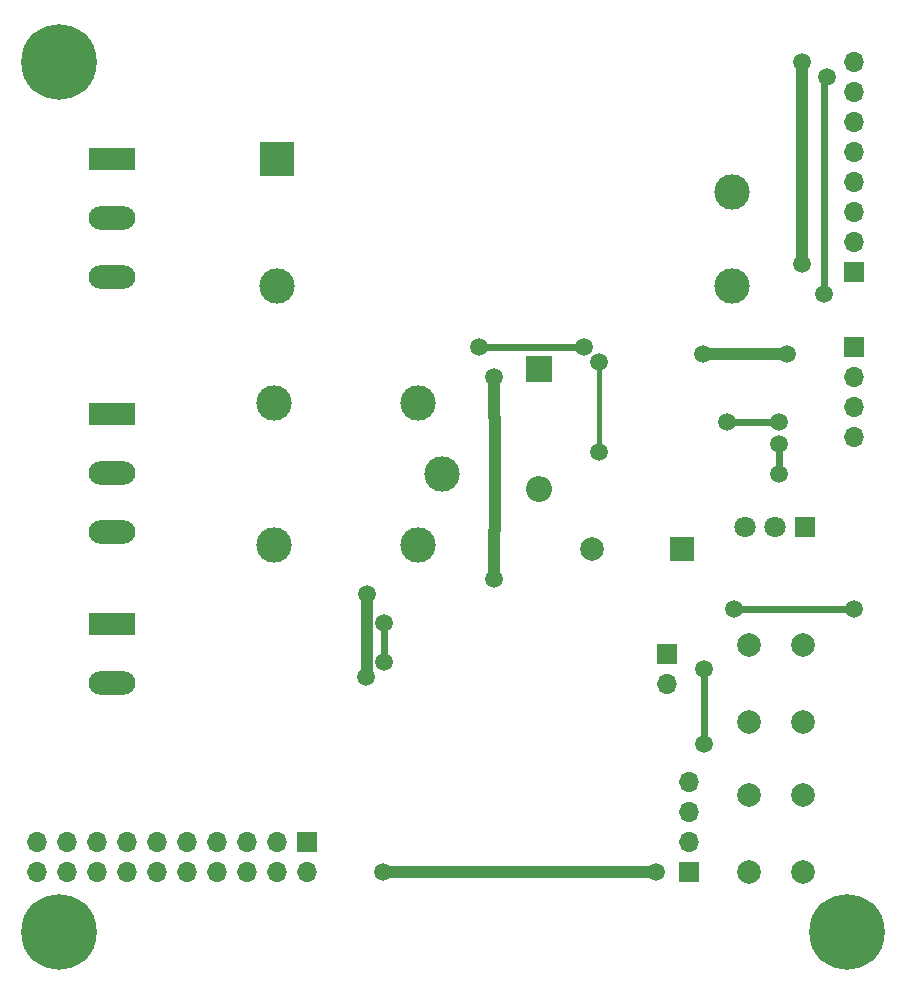
<source format=gbr>
%TF.GenerationSoftware,KiCad,Pcbnew,5.99.0+really5.1.9+dfsg1-1*%
%TF.CreationDate,2021-04-27T14:05:33+03:00*%
%TF.ProjectId,accessController,61636365-7373-4436-9f6e-74726f6c6c65,rev?*%
%TF.SameCoordinates,Original*%
%TF.FileFunction,Copper,L1,Top*%
%TF.FilePolarity,Positive*%
%FSLAX46Y46*%
G04 Gerber Fmt 4.6, Leading zero omitted, Abs format (unit mm)*
G04 Created by KiCad (PCBNEW 5.99.0+really5.1.9+dfsg1-1) date 2021-04-27 14:05:33*
%MOMM*%
%LPD*%
G01*
G04 APERTURE LIST*
%TA.AperFunction,ComponentPad*%
%ADD10C,6.400000*%
%TD*%
%TA.AperFunction,ComponentPad*%
%ADD11R,2.000000X2.000000*%
%TD*%
%TA.AperFunction,ComponentPad*%
%ADD12C,2.000000*%
%TD*%
%TA.AperFunction,ComponentPad*%
%ADD13R,2.200000X2.200000*%
%TD*%
%TA.AperFunction,ComponentPad*%
%ADD14O,2.200000X2.200000*%
%TD*%
%TA.AperFunction,ComponentPad*%
%ADD15R,1.800000X1.800000*%
%TD*%
%TA.AperFunction,ComponentPad*%
%ADD16C,1.800000*%
%TD*%
%TA.AperFunction,ComponentPad*%
%ADD17R,3.960000X1.980000*%
%TD*%
%TA.AperFunction,ComponentPad*%
%ADD18O,3.960000X1.980000*%
%TD*%
%TA.AperFunction,ComponentPad*%
%ADD19C,3.000000*%
%TD*%
%TA.AperFunction,ComponentPad*%
%ADD20R,3.000000X3.000000*%
%TD*%
%TA.AperFunction,ComponentPad*%
%ADD21R,1.700000X1.700000*%
%TD*%
%TA.AperFunction,ComponentPad*%
%ADD22O,1.700000X1.700000*%
%TD*%
%TA.AperFunction,ViaPad*%
%ADD23C,1.500000*%
%TD*%
%TA.AperFunction,Conductor*%
%ADD24C,0.600000*%
%TD*%
%TA.AperFunction,Conductor*%
%ADD25C,0.400000*%
%TD*%
%TA.AperFunction,Conductor*%
%ADD26C,1.000000*%
%TD*%
G04 APERTURE END LIST*
D10*
%TO.P,REF\u002A\u002A,1*%
%TO.N,Earth*%
X152400000Y-123825000D03*
%TD*%
%TO.P,REF\u002A\u002A,1*%
%TO.N,Earth*%
X85725000Y-123825000D03*
%TD*%
%TO.P,REF\u002A\u002A,1*%
%TO.N,N/C*%
X85725000Y-50165000D03*
%TD*%
D11*
%TO.P,BZ1,1*%
%TO.N,Net-(BZ1-Pad1)*%
X138430000Y-91440000D03*
D12*
%TO.P,BZ1,2*%
%TO.N,Earth*%
X130830000Y-91440000D03*
%TD*%
D13*
%TO.P,D1,1*%
%TO.N,+5V*%
X126365000Y-76200000D03*
D14*
%TO.P,D1,2*%
%TO.N,Net-(D1-Pad2)*%
X126365000Y-86360000D03*
%TD*%
D15*
%TO.P,D2,1*%
%TO.N,Net-(D2-Pad1)*%
X148844000Y-89535000D03*
D16*
%TO.P,D2,2*%
%TO.N,Earth*%
X146304000Y-89535000D03*
%TO.P,D2,3*%
%TO.N,Net-(D2-Pad3)*%
X143764000Y-89535000D03*
%TD*%
D17*
%TO.P,J1,1*%
%TO.N,Net-(J1-Pad1)*%
X90170000Y-58420000D03*
D18*
%TO.P,J1,2*%
%TO.N,Earth*%
X90170000Y-63420000D03*
%TO.P,J1,3*%
%TO.N,Net-(J1-Pad3)*%
X90170000Y-68420000D03*
%TD*%
%TO.P,J2,3*%
%TO.N,Net-(J2-Pad3)*%
X90170000Y-90010000D03*
%TO.P,J2,2*%
%TO.N,Net-(J2-Pad2)*%
X90170000Y-85010000D03*
D17*
%TO.P,J2,1*%
%TO.N,Net-(J2-Pad1)*%
X90170000Y-80010000D03*
%TD*%
%TO.P,J3,1*%
%TO.N,Net-(J3-Pad1)*%
X90170000Y-97790000D03*
D18*
%TO.P,J3,2*%
%TO.N,Net-(J3-Pad2)*%
X90170000Y-102790000D03*
%TD*%
D19*
%TO.P,PS1,3*%
%TO.N,Earth*%
X142640000Y-69170000D03*
%TO.P,PS1,2*%
%TO.N,Net-(J1-Pad3)*%
X104140000Y-69170000D03*
%TO.P,PS1,4*%
%TO.N,+5V*%
X142640000Y-61170000D03*
D20*
%TO.P,PS1,1*%
%TO.N,Net-(J1-Pad1)*%
X104140000Y-58420000D03*
%TD*%
D12*
%TO.P,SW1,1*%
%TO.N,Net-(SW1-Pad1)*%
X144145000Y-112245000D03*
%TO.P,SW1,2*%
%TO.N,Earth*%
X148645000Y-112245000D03*
%TO.P,SW1,1*%
%TO.N,Net-(SW1-Pad1)*%
X144145000Y-118745000D03*
%TO.P,SW1,2*%
%TO.N,Earth*%
X148645000Y-118745000D03*
%TD*%
%TO.P,SW2,2*%
%TO.N,Earth*%
X148645000Y-106045000D03*
%TO.P,SW2,1*%
%TO.N,Net-(SW2-Pad1)*%
X144145000Y-106045000D03*
%TO.P,SW2,2*%
%TO.N,Earth*%
X148645000Y-99545000D03*
%TO.P,SW2,1*%
%TO.N,Net-(SW2-Pad1)*%
X144145000Y-99545000D03*
%TD*%
D19*
%TO.P,K1,2*%
%TO.N,+5V*%
X116110000Y-79090000D03*
%TO.P,K1,3*%
%TO.N,Net-(J2-Pad1)*%
X103910000Y-79090000D03*
%TO.P,K1,4*%
%TO.N,Net-(J2-Pad3)*%
X103910000Y-91090000D03*
%TO.P,K1,5*%
%TO.N,Net-(D1-Pad2)*%
X116110000Y-91090000D03*
%TO.P,K1,1*%
%TO.N,Net-(J2-Pad2)*%
X118110000Y-85090000D03*
%TD*%
D21*
%TO.P,Brd1,1*%
%TO.N,Earth*%
X153035000Y-74295000D03*
D22*
%TO.P,Brd1,2*%
%TO.N,+3V3*%
X153035000Y-76835000D03*
%TO.P,Brd1,3*%
%TO.N,Net-(Brd1-Pad3)*%
X153035000Y-79375000D03*
%TO.P,Brd1,4*%
%TO.N,Net-(Brd1-Pad4)*%
X153035000Y-81915000D03*
%TD*%
D21*
%TO.P,J4,1*%
%TO.N,Net-(J4-Pad1)*%
X106680000Y-116205000D03*
D22*
%TO.P,J4,2*%
%TO.N,+3V3*%
X106680000Y-118745000D03*
%TO.P,J4,3*%
%TO.N,Net-(J4-Pad3)*%
X104140000Y-116205000D03*
%TO.P,J4,4*%
%TO.N,Earth*%
X104140000Y-118745000D03*
%TO.P,J4,5*%
%TO.N,Net-(J4-Pad5)*%
X101600000Y-116205000D03*
%TO.P,J4,6*%
%TO.N,Earth*%
X101600000Y-118745000D03*
%TO.P,J4,7*%
%TO.N,Net-(J4-Pad7)*%
X99060000Y-116205000D03*
%TO.P,J4,8*%
%TO.N,Earth*%
X99060000Y-118745000D03*
%TO.P,J4,9*%
%TO.N,Net-(J4-Pad9)*%
X96520000Y-116205000D03*
%TO.P,J4,10*%
%TO.N,Earth*%
X96520000Y-118745000D03*
%TO.P,J4,11*%
%TO.N,Net-(J4-Pad11)*%
X93980000Y-116205000D03*
%TO.P,J4,12*%
%TO.N,Earth*%
X93980000Y-118745000D03*
%TO.P,J4,13*%
%TO.N,Net-(J4-Pad13)*%
X91440000Y-116205000D03*
%TO.P,J4,14*%
%TO.N,Earth*%
X91440000Y-118745000D03*
%TO.P,J4,15*%
%TO.N,Net-(J4-Pad15)*%
X88900000Y-116205000D03*
%TO.P,J4,16*%
%TO.N,Earth*%
X88900000Y-118745000D03*
%TO.P,J4,17*%
%TO.N,Net-(J4-Pad17)*%
X86360000Y-116205000D03*
%TO.P,J4,18*%
%TO.N,Earth*%
X86360000Y-118745000D03*
%TO.P,J4,19*%
%TO.N,Net-(J4-Pad19)*%
X83820000Y-116205000D03*
%TO.P,J4,20*%
%TO.N,Earth*%
X83820000Y-118745000D03*
%TD*%
%TO.P,J5,4*%
%TO.N,Earth*%
X139065000Y-111125000D03*
%TO.P,J5,3*%
%TO.N,Net-(J5-Pad3)*%
X139065000Y-113665000D03*
%TO.P,J5,2*%
%TO.N,Net-(J5-Pad2)*%
X139065000Y-116205000D03*
D21*
%TO.P,J5,1*%
%TO.N,+3V3*%
X139065000Y-118745000D03*
%TD*%
%TO.P,JP1,1*%
%TO.N,Net-(JP1-Pad1)*%
X137160000Y-100330000D03*
D22*
%TO.P,JP1,2*%
%TO.N,Earth*%
X137160000Y-102870000D03*
%TD*%
D21*
%TO.P,RFID1,1*%
%TO.N,Net-(Brd1-Pad4)*%
X153035000Y-67945000D03*
D22*
%TO.P,RFID1,2*%
%TO.N,Net-(Brd1-Pad3)*%
X153035000Y-65405000D03*
%TO.P,RFID1,3*%
%TO.N,Net-(RFID1-Pad3)*%
X153035000Y-62865000D03*
%TO.P,RFID1,4*%
%TO.N,Net-(RFID1-Pad4)*%
X153035000Y-60325000D03*
%TO.P,RFID1,5*%
%TO.N,Net-(RFID1-Pad5)*%
X153035000Y-57785000D03*
%TO.P,RFID1,6*%
%TO.N,Earth*%
X153035000Y-55245000D03*
%TO.P,RFID1,7*%
%TO.N,Net-(RFID1-Pad7)*%
X153035000Y-52705000D03*
%TO.P,RFID1,8*%
%TO.N,+3V3*%
X153035000Y-50165000D03*
%TD*%
D23*
%TO.N,Earth*%
X130175000Y-74295000D03*
X121285000Y-74295000D03*
X131445000Y-83185000D03*
X113210010Y-97662970D03*
X113210010Y-101042947D03*
X150495000Y-69850000D03*
X140335000Y-101600000D03*
X140335000Y-107950000D03*
X142875000Y-96520000D03*
X153035000Y-96520000D03*
X131445000Y-75565000D03*
X150675010Y-51435000D03*
X146685000Y-80645000D03*
X142240000Y-80645000D03*
X146685000Y-82550000D03*
X146685000Y-85090000D03*
%TO.N,+3V3*%
X147320012Y-74930000D03*
X140208000Y-74930000D03*
X136271004Y-118745000D03*
X113157000Y-118745004D03*
X148590000Y-67310000D03*
X148590000Y-50165000D03*
%TO.N,+5V*%
X111760000Y-95250000D03*
X111725417Y-102269583D03*
X122555012Y-93980000D03*
X122555000Y-76835000D03*
%TD*%
D24*
%TO.N,Earth*%
X113210010Y-97662970D02*
X113210010Y-98723630D01*
X113210010Y-98723630D02*
X113210010Y-101042947D01*
X140335000Y-101600000D02*
X140335000Y-107950000D01*
X142875000Y-96520000D02*
X153035000Y-96520000D01*
D25*
X131445000Y-83185000D02*
X131445000Y-75565000D01*
D24*
X150495000Y-69850000D02*
X150495000Y-51615010D01*
X150495000Y-51615010D02*
X150675010Y-51435000D01*
X146685000Y-80645000D02*
X142240000Y-80645000D01*
X146685000Y-82550000D02*
X146685000Y-85090000D01*
X122345660Y-74295000D02*
X130175000Y-74295000D01*
X121285000Y-74295000D02*
X122345660Y-74295000D01*
D26*
%TO.N,+3V3*%
X147320012Y-74930000D02*
X140208000Y-74930000D01*
X136271004Y-118745000D02*
X113157004Y-118745000D01*
X113157004Y-118745000D02*
X113157000Y-118745004D01*
X148590000Y-67310000D02*
X148590000Y-66249340D01*
X148590000Y-66249340D02*
X148590000Y-50165000D01*
%TO.N,+5V*%
X111760000Y-102235000D02*
X111725417Y-102269583D01*
X111760000Y-95250000D02*
X111760000Y-102235000D01*
X122620010Y-80355044D02*
X122555000Y-80290034D01*
X122555000Y-89889966D02*
X122620010Y-89824956D01*
X122620010Y-89824956D02*
X122620010Y-80355044D01*
X122555000Y-93979988D02*
X122555000Y-89889966D01*
X122555000Y-80290034D02*
X122555000Y-76835000D01*
X122555012Y-93980000D02*
X122555000Y-93979988D01*
%TD*%
M02*

</source>
